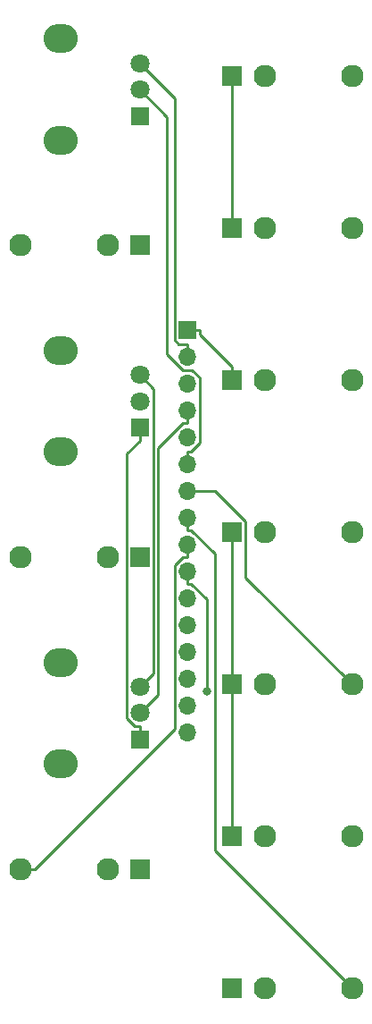
<source format=gbr>
%TF.GenerationSoftware,KiCad,Pcbnew,(6.0.0)*%
%TF.CreationDate,2022-10-17T09:45:53-04:00*%
%TF.ProjectId,ASVCA,41535643-412e-46b6-9963-61645f706362,rev?*%
%TF.SameCoordinates,Original*%
%TF.FileFunction,Copper,L1,Top*%
%TF.FilePolarity,Positive*%
%FSLAX46Y46*%
G04 Gerber Fmt 4.6, Leading zero omitted, Abs format (unit mm)*
G04 Created by KiCad (PCBNEW (6.0.0)) date 2022-10-17 09:45:53*
%MOMM*%
%LPD*%
G01*
G04 APERTURE LIST*
%TA.AperFunction,ComponentPad*%
%ADD10O,3.240000X2.720000*%
%TD*%
%TA.AperFunction,ComponentPad*%
%ADD11R,1.800000X1.800000*%
%TD*%
%TA.AperFunction,ComponentPad*%
%ADD12C,1.800000*%
%TD*%
%TA.AperFunction,ComponentPad*%
%ADD13R,1.830000X1.930000*%
%TD*%
%TA.AperFunction,ComponentPad*%
%ADD14C,2.130000*%
%TD*%
%TA.AperFunction,ComponentPad*%
%ADD15R,1.700000X1.700000*%
%TD*%
%TA.AperFunction,ComponentPad*%
%ADD16O,1.700000X1.700000*%
%TD*%
%TA.AperFunction,ViaPad*%
%ADD17C,0.800000*%
%TD*%
%TA.AperFunction,Conductor*%
%ADD18C,0.250000*%
%TD*%
G04 APERTURE END LIST*
D10*
%TO.P,RV3,*%
%TO.N,*%
X108269000Y-87884600D03*
X108269000Y-97484600D03*
D11*
%TO.P,RV3,1,1*%
%TO.N,NegReft*%
X115769000Y-95184600D03*
D12*
%TO.P,RV3,2,2*%
%TO.N,to_CVMix3t*%
X115769000Y-92684600D03*
%TO.P,RV3,3,3*%
%TO.N,PosReft*%
X115769000Y-90184600D03*
%TD*%
D13*
%TO.P,J8,S*%
%TO.N,GND1*%
X124522000Y-75565000D03*
D14*
%TO.P,J8,T*%
%TO.N,OUTPUT2t*%
X135922000Y-75565000D03*
%TO.P,J8,TN*%
%TO.N,N/C*%
X127622000Y-75565000D03*
%TD*%
D13*
%TO.P,J2,S*%
%TO.N,GND1*%
X124522000Y-104351700D03*
D14*
%TO.P,J2,T*%
%TO.N,INPUT3at*%
X135922000Y-104351700D03*
%TO.P,J2,TN*%
%TO.N,N/C*%
X127622000Y-104351700D03*
%TD*%
D13*
%TO.P,J10,S*%
%TO.N,GND1*%
X115824000Y-48412400D03*
D14*
%TO.P,J10,T*%
%TO.N,CVIN1t*%
X104424000Y-48412400D03*
%TO.P,J10,TN*%
%TO.N,N/C*%
X112724000Y-48412400D03*
%TD*%
D13*
%TO.P,J11,S*%
%TO.N,GND1*%
X124522000Y-46778300D03*
D14*
%TO.P,J11,T*%
%TO.N,OUTPUT1t*%
X135922000Y-46778300D03*
%TO.P,J11,TN*%
%TO.N,N/C*%
X127622000Y-46778300D03*
%TD*%
D13*
%TO.P,J9,S*%
%TO.N,GND1*%
X124522000Y-32385000D03*
D14*
%TO.P,J9,T*%
%TO.N,INPUT1t*%
X135922000Y-32385000D03*
%TO.P,J9,TN*%
%TO.N,N/C*%
X127622000Y-32385000D03*
%TD*%
D13*
%TO.P,J3,S*%
%TO.N,GND1*%
X124522000Y-89958300D03*
D14*
%TO.P,J3,T*%
%TO.N,INPUT3bt*%
X135922000Y-89958300D03*
%TO.P,J3,TN*%
%TO.N,N/C*%
X127622000Y-89958300D03*
%TD*%
D13*
%TO.P,J7,S*%
%TO.N,GND1*%
X115824000Y-77927200D03*
D14*
%TO.P,J7,T*%
%TO.N,CVIN2t*%
X104424000Y-77927200D03*
%TO.P,J7,TN*%
%TO.N,N/C*%
X112724000Y-77927200D03*
%TD*%
D13*
%TO.P,J6,S*%
%TO.N,GND1*%
X124522000Y-61171700D03*
D14*
%TO.P,J6,T*%
%TO.N,INPUT2t*%
X135922000Y-61171700D03*
%TO.P,J6,TN*%
%TO.N,N/C*%
X127622000Y-61171700D03*
%TD*%
D13*
%TO.P,J4,S*%
%TO.N,GND1*%
X115824000Y-107442000D03*
D14*
%TO.P,J4,T*%
%TO.N,CVIN3t*%
X104424000Y-107442000D03*
%TO.P,J4,TN*%
%TO.N,N/C*%
X112724000Y-107442000D03*
%TD*%
D13*
%TO.P,J5,S*%
%TO.N,GND1*%
X124522000Y-118745000D03*
D14*
%TO.P,J5,T*%
%TO.N,OUTPUT3t*%
X135922000Y-118745000D03*
%TO.P,J5,TN*%
%TO.N,N/C*%
X127622000Y-118745000D03*
%TD*%
D10*
%TO.P,RV2,*%
%TO.N,*%
X108269000Y-67969800D03*
X108269000Y-58369800D03*
D11*
%TO.P,RV2,1,1*%
%TO.N,NegReft*%
X115769000Y-65669800D03*
D12*
%TO.P,RV2,2,2*%
%TO.N,to_CVMix2t*%
X115769000Y-63169800D03*
%TO.P,RV2,3,3*%
%TO.N,PosReft*%
X115769000Y-60669800D03*
%TD*%
D15*
%TO.P,J13,1,Pin_1*%
%TO.N,GND1*%
X120269000Y-56388000D03*
D16*
%TO.P,J13,2,Pin_2*%
%TO.N,PosReft*%
X120269000Y-58928000D03*
%TO.P,J13,3,Pin_3*%
%TO.N,NegReft*%
X120269000Y-61468000D03*
%TO.P,J13,4,Pin_4*%
%TO.N,to_CVMix3t*%
X120269000Y-64008000D03*
%TO.P,J13,5,Pin_5*%
%TO.N,to_CVMix2t*%
X120269000Y-66548000D03*
%TO.P,J13,6,Pin_6*%
%TO.N,to_CVMix1t*%
X120269000Y-69088000D03*
%TO.P,J13,7,Pin_7*%
%TO.N,INPUT3bt*%
X120269000Y-71628000D03*
%TO.P,J13,8,Pin_8*%
%TO.N,OUTPUT3t*%
X120269000Y-74168000D03*
%TO.P,J13,9,Pin_9*%
%TO.N,CVIN3t*%
X120269000Y-76708000D03*
%TO.P,J13,10,Pin_10*%
%TO.N,INPUT3at*%
X120269000Y-79248000D03*
%TO.P,J13,11,Pin_11*%
%TO.N,INPUT2t*%
X120269000Y-81788000D03*
%TO.P,J13,12,Pin_12*%
%TO.N,CVIN2t*%
X120269000Y-84328000D03*
%TO.P,J13,13,Pin_13*%
%TO.N,OUTPUT2t*%
X120269000Y-86868000D03*
%TO.P,J13,14,Pin_14*%
%TO.N,INPUT1t*%
X120269000Y-89408000D03*
%TO.P,J13,15,Pin_15*%
%TO.N,CVIN1t*%
X120269000Y-91948000D03*
%TO.P,J13,16,Pin_16*%
%TO.N,OUTPUT1t*%
X120269000Y-94488000D03*
%TD*%
D10*
%TO.P,RV1,*%
%TO.N,*%
X108269000Y-28855000D03*
X108269000Y-38455000D03*
D11*
%TO.P,RV1,1,1*%
%TO.N,NegReft*%
X115769000Y-36155000D03*
D12*
%TO.P,RV1,2,2*%
%TO.N,to_CVMix1t*%
X115769000Y-33655000D03*
%TO.P,RV1,3,3*%
%TO.N,PosReft*%
X115769000Y-31155000D03*
%TD*%
D17*
%TO.N,INPUT3at*%
X122154900Y-90584600D03*
%TD*%
D18*
%TO.N,GND1*%
X124522000Y-75565000D02*
X124522000Y-89958300D01*
X124522000Y-89958300D02*
X124522000Y-104351700D01*
X121444300Y-56803700D02*
X124522000Y-59881400D01*
X121444300Y-56388000D02*
X121444300Y-56803700D01*
X124522000Y-61171700D02*
X124522000Y-59881400D01*
X124522000Y-32385000D02*
X124522000Y-46778300D01*
X120269000Y-56388000D02*
X121444300Y-56388000D01*
%TO.N,PosReft*%
X119473600Y-57752700D02*
X120269000Y-57752700D01*
X120269000Y-58928000D02*
X120269000Y-57752700D01*
X117064400Y-61965200D02*
X115769000Y-60669800D01*
X115769000Y-31155000D02*
X119093700Y-34479700D01*
X119093700Y-34479700D02*
X119093700Y-57372800D01*
X119093700Y-57372800D02*
X119473600Y-57752700D01*
X115769000Y-90184600D02*
X117064400Y-88889200D01*
X117064400Y-88889200D02*
X117064400Y-61965200D01*
%TO.N,NegReft*%
X115769000Y-65669800D02*
X115769000Y-66895100D01*
X114543700Y-68120400D02*
X114543700Y-93193600D01*
X114543700Y-93193600D02*
X115309400Y-93959300D01*
X115769000Y-66895100D02*
X114543700Y-68120400D01*
X115309400Y-93959300D02*
X115769000Y-93959300D01*
X115769000Y-95184600D02*
X115769000Y-93959300D01*
%TO.N,to_CVMix3t*%
X117526000Y-67559000D02*
X117526000Y-90927600D01*
X117526000Y-90927600D02*
X115769000Y-92684600D01*
X120269000Y-65183300D02*
X119901700Y-65183300D01*
X120269000Y-64008000D02*
X120269000Y-65183300D01*
X119901700Y-65183300D02*
X117526000Y-67559000D01*
%TO.N,to_CVMix1t*%
X118369600Y-58711300D02*
X119856300Y-60198000D01*
X119856300Y-60198000D02*
X120753500Y-60198000D01*
X121444300Y-67104800D02*
X120636400Y-67912700D01*
X121444300Y-60888800D02*
X121444300Y-67104800D01*
X118369600Y-36255600D02*
X118369600Y-58711300D01*
X115769000Y-33655000D02*
X118369600Y-36255600D01*
X120269000Y-69088000D02*
X120269000Y-67912700D01*
X120636400Y-67912700D02*
X120269000Y-67912700D01*
X120753500Y-60198000D02*
X121444300Y-60888800D01*
%TO.N,INPUT3bt*%
X125837700Y-79874000D02*
X135922000Y-89958300D01*
X125837700Y-74534200D02*
X125837700Y-79874000D01*
X120269000Y-71628000D02*
X122931500Y-71628000D01*
X122931500Y-71628000D02*
X125837700Y-74534200D01*
%TO.N,OUTPUT3t*%
X122880200Y-105703200D02*
X122880200Y-77587200D01*
X122880200Y-77587200D02*
X120636300Y-75343300D01*
X135922000Y-118745000D02*
X122880200Y-105703200D01*
X120269000Y-74168000D02*
X120269000Y-75343300D01*
X120636300Y-75343300D02*
X120269000Y-75343300D01*
%TO.N,CVIN3t*%
X120269000Y-77883300D02*
X119901600Y-77883300D01*
X119901600Y-77883300D02*
X119093700Y-78691200D01*
X119093700Y-78691200D02*
X119093700Y-94181100D01*
X120269000Y-76708000D02*
X120269000Y-77883300D01*
X119093700Y-94181100D02*
X105832800Y-107442000D01*
X105832800Y-107442000D02*
X104424000Y-107442000D01*
%TO.N,INPUT3at*%
X120636300Y-80423300D02*
X122154900Y-81941900D01*
X120269000Y-80423300D02*
X120636300Y-80423300D01*
X120269000Y-79248000D02*
X120269000Y-80423300D01*
X122154900Y-81941900D02*
X122154900Y-90584600D01*
%TD*%
M02*

</source>
